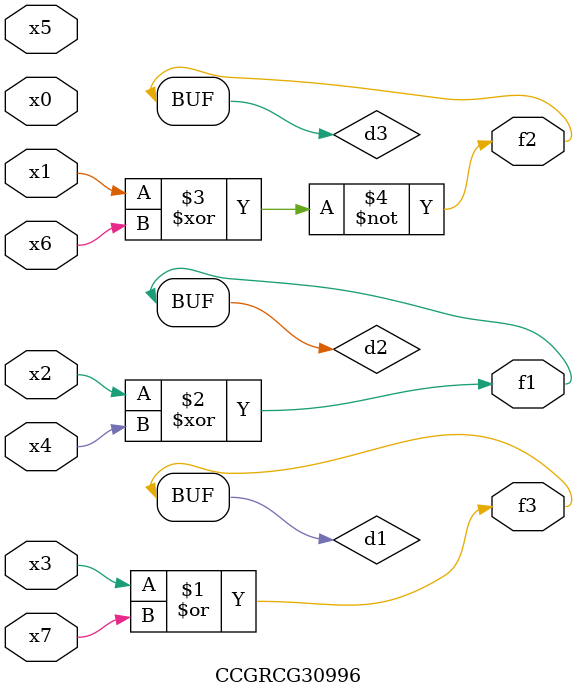
<source format=v>
module CCGRCG30996(
	input x0, x1, x2, x3, x4, x5, x6, x7,
	output f1, f2, f3
);

	wire d1, d2, d3;

	or (d1, x3, x7);
	xor (d2, x2, x4);
	xnor (d3, x1, x6);
	assign f1 = d2;
	assign f2 = d3;
	assign f3 = d1;
endmodule

</source>
